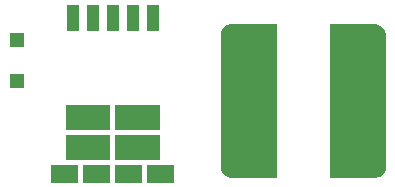
<source format=gbr>
%TF.GenerationSoftware,Altium Limited,Altium Designer,24.6.1 (21)*%
G04 Layer_Color=128*
%FSLAX45Y45*%
%MOMM*%
%TF.SameCoordinates,C77CD831-7174-4571-8234-5D84135F7459*%
%TF.FilePolarity,Positive*%
%TF.FileFunction,Paste,Bot*%
%TF.Part,Single*%
G01*
G75*
%TA.AperFunction,SMDPad,CuDef*%
%ADD11R,1.25000X1.25000*%
%ADD12R,3.75000X12.00000*%
%ADD13R,1.07000X2.16000*%
G36*
X4879340Y4630420D02*
X4503420D01*
Y4843780D01*
X4879340D01*
Y4630420D01*
D02*
G37*
G36*
X4462780D02*
X4086860D01*
Y4843780D01*
X4462780D01*
Y4630420D01*
D02*
G37*
G36*
X4879340Y4376420D02*
X4503420D01*
Y4589780D01*
X4879340D01*
Y4376420D01*
D02*
G37*
G36*
X4462780D02*
X4086860D01*
Y4589780D01*
X4462780D01*
Y4376420D01*
D02*
G37*
G36*
X5487200Y5526800D02*
X5871000D01*
Y4226800D01*
X5489740D01*
X5488940Y4227600D01*
X5479910D01*
X5462196Y4231123D01*
X5445511Y4238035D01*
X5430494Y4248068D01*
X5417723Y4260839D01*
X5407689Y4275856D01*
X5400778Y4292542D01*
X5397254Y4310255D01*
Y4319285D01*
X5396000Y4320540D01*
Y5435600D01*
Y5444630D01*
X5399523Y5462344D01*
X5406435Y5479029D01*
X5416468Y5494046D01*
X5429239Y5506817D01*
X5444256Y5516851D01*
X5460942Y5523762D01*
X5478655Y5527286D01*
X5487685D01*
X5487200Y5526800D01*
D02*
G37*
G36*
X6703060Y5526000D02*
X6712090D01*
X6729804Y5522477D01*
X6746489Y5515565D01*
X6761506Y5505531D01*
X6774277Y5492761D01*
X6784311Y5477744D01*
X6791222Y5461058D01*
X6794746Y5443345D01*
Y5434315D01*
X6796000Y5433060D01*
Y4318000D01*
Y4308970D01*
X6792477Y4291256D01*
X6785565Y4274571D01*
X6775531Y4259554D01*
X6762761Y4246783D01*
X6747744Y4236749D01*
X6731058Y4229838D01*
X6713345Y4226314D01*
X6704315D01*
X6704800Y4226800D01*
X6321000D01*
Y5526800D01*
X6703060Y5526000D01*
D02*
G37*
G36*
X4998720Y4185920D02*
X4770120D01*
Y4335780D01*
X4998720D01*
Y4185920D01*
D02*
G37*
G36*
X4729480D02*
X4500880D01*
Y4335780D01*
X4729480D01*
Y4185920D01*
D02*
G37*
G36*
X4460240D02*
X4231640D01*
Y4335780D01*
X4460240D01*
Y4185920D01*
D02*
G37*
G36*
X4191000D02*
X3962400D01*
Y4335780D01*
X4191000D01*
Y4185920D01*
D02*
G37*
D11*
X3670300Y5389702D02*
D03*
Y5049698D02*
D03*
D12*
X5633502Y4876800D02*
D03*
X6558498D02*
D03*
D13*
X4143101Y5583271D02*
D03*
X4313103D02*
D03*
X4483603D02*
D03*
X4653102D02*
D03*
X4823099D02*
D03*
%TF.MD5,7f64811b80d8a43dc64b168936bfb3ed*%
M02*

</source>
